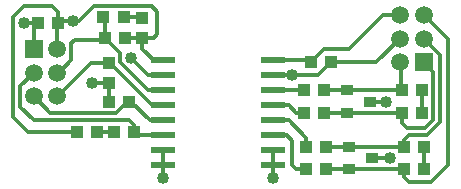
<source format=gtl>
G04 DipTrace Beta 2.9.0.1*
G04 Top.gbr*
%MOIN*%
G04 #@! TF.FileFunction,Copper,L1,Top*
G04 #@! TF.Part,Single*
G04 #@! TA.AperFunction,Conductor,NotC*
%ADD14C,0.012992*%
G04 #@! TA.AperFunction,SMDPad,CuDef*
%ADD17R,0.043307X0.03937*%
%ADD18R,0.03937X0.043307*%
%ADD19R,0.03937X0.033465*%
G04 #@! TA.AperFunction,ComponentPad*
%ADD20R,0.059055X0.059055*%
%ADD21C,0.059055*%
G04 #@! TA.AperFunction,SMDPad,CuDef*
%ADD22R,0.07874X0.023622*%
G04 #@! TA.AperFunction,ViaPad*
%ADD23C,0.04*%
%FSLAX26Y26*%
G04*
G70*
G90*
G75*
G01*
G04 Top*
%LPD*%
X1900408Y562768D2*
D14*
Y487760D1*
X1397709Y850298D2*
X1525369D1*
Y844047D1*
X1569123Y887802D1*
X1650382D1*
X1764108Y1001528D1*
X1821668D1*
X1031567Y550298D2*
Y500298D1*
Y456507D1*
X600272Y887802D2*
Y960982D1*
X614601Y975311D1*
X1031567Y800298D2*
X981556D1*
X925306Y856549D1*
X614601Y975311D2*
X569018D1*
X900303Y994063D2*
X960982D1*
X962810Y992235D1*
X869050Y612773D2*
X810966D1*
X1397709Y750298D2*
X1512878D1*
X1512867Y750287D1*
X1502194D1*
X1397709Y700298D2*
X1450345D1*
X1475364Y675280D1*
X1502194D1*
X1397709Y650298D2*
X1450340D1*
X1508445Y592193D1*
Y562768D1*
X1397709Y600298D2*
X1444084D1*
X1462862Y581520D1*
Y500261D1*
X1475364Y487760D1*
X1508445D1*
X1722184Y712886D2*
X1775293Y712783D1*
X1728434Y525366D2*
Y525264D1*
X1787896D1*
X1397709Y500298D2*
Y550298D1*
Y500298D2*
Y456507D1*
Y800298D2*
Y800293D1*
X1462862D1*
X1548543D1*
X1592298Y844047D1*
X1742928D1*
X1821668Y922787D1*
X1894157Y750287D2*
Y675280D1*
X679012Y887802D2*
Y972793D1*
X681530Y975311D1*
X1031567Y850298D2*
X1000314D1*
X962810Y887802D1*
Y925306D1*
X904726D1*
X850298Y775290D2*
Y712783D1*
X744037Y612773D2*
X581520D1*
X531514Y662778D1*
Y994063D1*
X569018Y1031567D1*
X662778D1*
X681530Y1012815D1*
Y975311D1*
X850298Y775290D2*
X794042D1*
X731535Y981562D2*
X687781D1*
X681530Y975311D1*
X731535Y981562D2*
X750287D1*
X800293Y1031567D1*
X994063D1*
X1012815Y1012815D1*
Y937807D1*
X1000314Y925306D1*
X962810D1*
X679012Y730322D2*
X680316D1*
X792214Y842219D1*
X850298D1*
Y844047D1*
X994063Y700282D1*
X1031551D1*
X1031567Y700298D1*
X837797Y925306D2*
Y989640D1*
X833374Y994063D1*
X1031567Y750298D2*
X981551D1*
X887802Y844047D1*
Y875301D1*
X837797Y925306D1*
X679012Y809062D2*
X684049D1*
X725285Y850298D1*
Y906554D1*
X737786Y919055D1*
X837797D1*
Y925306D1*
X1031567Y600298D2*
X956533D1*
X944058Y612773D1*
X935979D1*
Y633353D1*
X919055Y650277D1*
X600272D1*
X556517Y694031D1*
Y765307D1*
X600272Y809062D1*
X1031567Y650298D2*
X987791D1*
X925306Y712783D1*
X917227D1*
X912804D1*
X875301Y675280D1*
X655314D1*
X600272Y730322D1*
X1569123Y750287D2*
X1644131D1*
X1827228D1*
X1821668Y844047D2*
Y822777D1*
X1825400Y819045D1*
Y752115D1*
X1827228Y750287D1*
X1569123Y675280D2*
X1644131D1*
Y675484D1*
X1827228D1*
Y675280D1*
Y642198D1*
X1844152Y625274D1*
X1906659D1*
X1931661Y650277D1*
Y812794D1*
X1900408Y844047D1*
X1575374Y562768D2*
X1650382D1*
X1833479D2*
Y583348D1*
X1850403Y600272D1*
X1912909D1*
X1956664Y644026D1*
Y869050D1*
X1902927Y922787D1*
X1900408D1*
X1650382Y562768D2*
X1833479D1*
X1575374Y487760D2*
X1650177D1*
X1650382Y487965D1*
X1833274D1*
X1833479Y487760D1*
Y460929D1*
X1850403Y444005D1*
X1925411D1*
X1981667Y500261D1*
Y920269D1*
X1900408Y1001528D1*
D23*
X1031567Y456507D3*
X925306Y856549D3*
X569018Y975311D3*
X1775293Y712783D3*
X1787896Y525264D3*
X1397709Y456507D3*
X1462862Y800293D3*
X794042Y775290D3*
X731535Y981562D3*
D3*
D17*
X1900408Y487760D3*
X1833479D3*
X1894157Y675280D3*
X1827228D3*
X1525369Y844047D3*
X1592298D3*
X681530Y975311D3*
X614601D3*
D18*
X962810Y925306D3*
Y992235D3*
D19*
X1650382Y562768D3*
Y487965D3*
X1728434Y525366D3*
X1644131Y750287D3*
Y675484D3*
X1722184Y712886D3*
D17*
X744037Y612773D3*
X810966D3*
D20*
X600272Y887802D3*
D21*
Y809062D3*
Y730322D3*
X679012D3*
Y809062D3*
Y887802D3*
D20*
X1900408Y844047D3*
D21*
Y922787D3*
Y1001528D3*
X1821668D3*
Y922787D3*
Y844047D3*
D17*
X850298Y712783D3*
X917227D3*
X900303Y994063D3*
X833374D3*
X837797Y925306D3*
X904726D3*
X869050Y612773D3*
X935979D3*
X1569123Y675280D3*
X1502194D3*
X1900408Y562768D3*
X1833479D3*
X1894157Y750287D3*
X1827228D3*
X1569123D3*
X1502194D3*
X1575374Y562768D3*
X1508445D3*
X1575374Y487760D3*
X1508445D3*
D18*
X850298Y775290D3*
Y842219D3*
D22*
X1031567Y850298D3*
Y800298D3*
Y750298D3*
Y700298D3*
Y650298D3*
Y600298D3*
Y550298D3*
Y500298D3*
X1397709D3*
Y550298D3*
Y600298D3*
Y650298D3*
Y700298D3*
Y750298D3*
Y800298D3*
Y850298D3*
M02*

</source>
